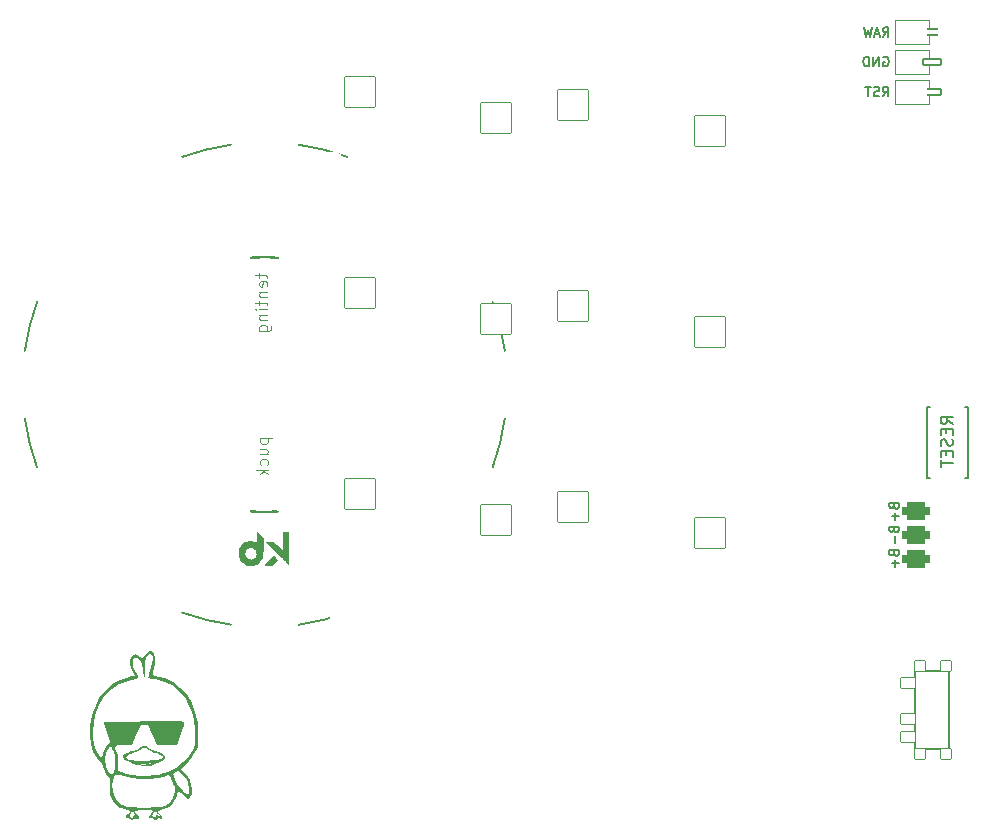
<source format=gbo>
%TF.GenerationSoftware,KiCad,Pcbnew,(6.0.4)*%
%TF.CreationDate,2022-07-31T17:14:54+02:00*%
%TF.ProjectId,konafa,6b6f6e61-6661-42e6-9b69-6361645f7063,v1.0.0*%
%TF.SameCoordinates,Original*%
%TF.FileFunction,Legend,Bot*%
%TF.FilePolarity,Positive*%
%FSLAX46Y46*%
G04 Gerber Fmt 4.6, Leading zero omitted, Abs format (unit mm)*
G04 Created by KiCad (PCBNEW (6.0.4)) date 2022-07-31 17:14:54*
%MOMM*%
%LPD*%
G01*
G04 APERTURE LIST*
G04 Aperture macros list*
%AMRoundRect*
0 Rectangle with rounded corners*
0 $1 Rounding radius*
0 $2 $3 $4 $5 $6 $7 $8 $9 X,Y pos of 4 corners*
0 Add a 4 corners polygon primitive as box body*
4,1,4,$2,$3,$4,$5,$6,$7,$8,$9,$2,$3,0*
0 Add four circle primitives for the rounded corners*
1,1,$1+$1,$2,$3*
1,1,$1+$1,$4,$5*
1,1,$1+$1,$6,$7*
1,1,$1+$1,$8,$9*
0 Add four rect primitives between the rounded corners*
20,1,$1+$1,$2,$3,$4,$5,0*
20,1,$1+$1,$4,$5,$6,$7,0*
20,1,$1+$1,$6,$7,$8,$9,0*
20,1,$1+$1,$8,$9,$2,$3,0*%
%AMFreePoly0*
4,1,16,0.685355,0.785355,0.700000,0.750000,0.691603,0.722265,0.210093,0.000000,0.691603,-0.722265,0.699029,-0.759806,0.677735,-0.791603,0.650000,-0.800000,-0.500000,-0.800000,-0.535355,-0.785355,-0.550000,-0.750000,-0.550000,0.750000,-0.535355,0.785355,-0.500000,0.800000,0.650000,0.800000,0.685355,0.785355,0.685355,0.785355,$1*%
%AMFreePoly1*
4,1,16,0.535355,0.785355,0.550000,0.750000,0.550000,-0.750000,0.535355,-0.785355,0.500000,-0.800000,-0.500000,-0.800000,-0.535355,-0.785355,-0.541603,-0.777735,-1.041603,-0.027735,-1.049029,0.009806,-1.041603,0.027735,-0.541603,0.777735,-0.509806,0.799029,-0.500000,0.800000,0.500000,0.800000,0.535355,0.785355,0.535355,0.785355,$1*%
G04 Aperture macros list end*
%ADD10C,0.150000*%
%ADD11C,0.100000*%
%ADD12C,0.120000*%
%ADD13C,0.200000*%
%ADD14C,0.010000*%
%ADD15RoundRect,0.375000X-0.750000X0.375000X-0.750000X-0.375000X0.750000X-0.375000X0.750000X0.375000X0*%
%ADD16C,1.752600*%
%ADD17C,5.100000*%
%ADD18C,2.100000*%
%ADD19C,3.100000*%
%ADD20C,1.801800*%
%ADD21C,3.529000*%
%ADD22C,2.132000*%
%ADD23RoundRect,0.050000X-1.054507X-1.505993X1.505993X-1.054507X1.054507X1.505993X-1.505993X1.054507X0*%
%ADD24RoundRect,0.050000X-1.181751X-1.408356X1.408356X-1.181751X1.181751X1.408356X-1.408356X1.181751X0*%
%ADD25RoundRect,0.050000X-1.300000X-1.300000X1.300000X-1.300000X1.300000X1.300000X-1.300000X1.300000X0*%
%ADD26RoundRect,0.050000X-0.450000X0.450000X-0.450000X-0.450000X0.450000X-0.450000X0.450000X0.450000X0*%
%ADD27C,1.100000*%
%ADD28RoundRect,0.050000X-0.625000X0.450000X-0.625000X-0.450000X0.625000X-0.450000X0.625000X0.450000X0*%
%ADD29RoundRect,0.050000X-1.692328X-0.718350X0.718350X-1.692328X1.692328X0.718350X-0.718350X1.692328X0*%
%ADD30RoundRect,0.425000X-0.750000X0.375000X-0.750000X-0.375000X0.750000X-0.375000X0.750000X0.375000X0*%
%ADD31RoundRect,0.050000X-0.863113X-1.623279X1.623279X-0.863113X0.863113X1.623279X-1.623279X0.863113X0*%
%ADD32RoundRect,0.050000X-1.448740X-1.131880X1.131880X-1.448740X1.448740X1.131880X-1.131880X1.448740X0*%
%ADD33C,1.852600*%
%ADD34FreePoly0,180.000000*%
%ADD35RoundRect,0.050000X-0.762000X0.250000X-0.762000X-0.250000X0.762000X-0.250000X0.762000X0.250000X0*%
%ADD36FreePoly1,180.000000*%
%ADD37C,4.500000*%
G04 APERTURE END LIST*
D10*
%TO.C,B1*%
X162359171Y83572634D02*
X161882981Y83905968D01*
X162359171Y84144063D02*
X161359171Y84144063D01*
X161359171Y83763111D01*
X161406791Y83667873D01*
X161454410Y83620254D01*
X161549648Y83572634D01*
X161692505Y83572634D01*
X161787743Y83620254D01*
X161835362Y83667873D01*
X161882981Y83763111D01*
X161882981Y84144063D01*
X161835362Y83144063D02*
X161835362Y82810730D01*
X162359171Y82667873D02*
X162359171Y83144063D01*
X161359171Y83144063D01*
X161359171Y82667873D01*
X162311552Y82286920D02*
X162359171Y82144063D01*
X162359171Y81905968D01*
X162311552Y81810730D01*
X162263933Y81763111D01*
X162168695Y81715492D01*
X162073457Y81715492D01*
X161978219Y81763111D01*
X161930600Y81810730D01*
X161882981Y81905968D01*
X161835362Y82096444D01*
X161787743Y82191682D01*
X161740124Y82239301D01*
X161644886Y82286920D01*
X161549648Y82286920D01*
X161454410Y82239301D01*
X161406791Y82191682D01*
X161359171Y82096444D01*
X161359171Y81858349D01*
X161406791Y81715492D01*
X161835362Y81286920D02*
X161835362Y80953587D01*
X162359171Y80810730D02*
X162359171Y81286920D01*
X161359171Y81286920D01*
X161359171Y80810730D01*
X161359171Y80525015D02*
X161359171Y79953587D01*
X162359171Y80239301D02*
X161359171Y80239301D01*
%TO.C,PAD1*%
X157382648Y72600349D02*
X157420743Y72486063D01*
X157458838Y72447968D01*
X157535029Y72409873D01*
X157649314Y72409873D01*
X157725505Y72447968D01*
X157763600Y72486063D01*
X157801695Y72562254D01*
X157801695Y72867015D01*
X157001695Y72867015D01*
X157001695Y72600349D01*
X157039791Y72524158D01*
X157077886Y72486063D01*
X157154076Y72447968D01*
X157230267Y72447968D01*
X157306457Y72486063D01*
X157344552Y72524158D01*
X157382648Y72600349D01*
X157382648Y72867015D01*
X157496933Y72067015D02*
X157496933Y71457492D01*
X157801695Y71762254D02*
X157192171Y71762254D01*
X157382648Y76600349D02*
X157420743Y76486063D01*
X157458838Y76447968D01*
X157535029Y76409873D01*
X157649314Y76409873D01*
X157725505Y76447968D01*
X157763600Y76486063D01*
X157801695Y76562254D01*
X157801695Y76867015D01*
X157001695Y76867015D01*
X157001695Y76600349D01*
X157039791Y76524158D01*
X157077886Y76486063D01*
X157154076Y76447968D01*
X157230267Y76447968D01*
X157306457Y76486063D01*
X157344552Y76524158D01*
X157382648Y76600349D01*
X157382648Y76867015D01*
X157496933Y76067015D02*
X157496933Y75457492D01*
X157801695Y75762254D02*
X157192171Y75762254D01*
X157382648Y74600349D02*
X157420743Y74486063D01*
X157458838Y74447968D01*
X157535029Y74409873D01*
X157649314Y74409873D01*
X157725505Y74447968D01*
X157763600Y74486063D01*
X157801695Y74562254D01*
X157801695Y74867015D01*
X157001695Y74867015D01*
X157001695Y74600349D01*
X157039791Y74524158D01*
X157077886Y74486063D01*
X157154076Y74447968D01*
X157230267Y74447968D01*
X157306457Y74486063D01*
X157344552Y74524158D01*
X157382648Y74600349D01*
X157382648Y74867015D01*
X157496933Y74067015D02*
X157496933Y73457492D01*
%TO.C,MCU1*%
X156461797Y116342976D02*
X156728464Y116723928D01*
X156918940Y116342976D02*
X156918940Y117142976D01*
X156614178Y117142976D01*
X156537988Y117104881D01*
X156499893Y117066785D01*
X156461797Y116990595D01*
X156461797Y116876309D01*
X156499893Y116800119D01*
X156537988Y116762023D01*
X156614178Y116723928D01*
X156918940Y116723928D01*
X156157036Y116571547D02*
X155776083Y116571547D01*
X156233226Y116342976D02*
X155966559Y117142976D01*
X155699893Y116342976D01*
X155509417Y117142976D02*
X155318940Y116342976D01*
X155166559Y116914404D01*
X155014178Y116342976D01*
X154823702Y117142976D01*
X156424534Y111305408D02*
X156691200Y111686360D01*
X156881677Y111305408D02*
X156881677Y112105408D01*
X156576915Y112105408D01*
X156500724Y112067313D01*
X156462629Y112029217D01*
X156424534Y111953027D01*
X156424534Y111838741D01*
X156462629Y111762551D01*
X156500724Y111724455D01*
X156576915Y111686360D01*
X156881677Y111686360D01*
X156119772Y111343503D02*
X156005486Y111305408D01*
X155815010Y111305408D01*
X155738819Y111343503D01*
X155700724Y111381598D01*
X155662629Y111457789D01*
X155662629Y111533979D01*
X155700724Y111610170D01*
X155738819Y111648265D01*
X155815010Y111686360D01*
X155967391Y111724455D01*
X156043581Y111762551D01*
X156081677Y111800646D01*
X156119772Y111876836D01*
X156119772Y111953027D01*
X156081677Y112029217D01*
X156043581Y112067313D01*
X155967391Y112105408D01*
X155776915Y112105408D01*
X155662629Y112067313D01*
X155434058Y112105408D02*
X154976915Y112105408D01*
X155205486Y111305408D02*
X155205486Y112105408D01*
X156481677Y114607313D02*
X156557868Y114645408D01*
X156672154Y114645408D01*
X156786439Y114607313D01*
X156862630Y114531122D01*
X156900725Y114454932D01*
X156938820Y114302551D01*
X156938820Y114188265D01*
X156900725Y114035884D01*
X156862630Y113959693D01*
X156786439Y113883503D01*
X156672154Y113845408D01*
X156595963Y113845408D01*
X156481677Y113883503D01*
X156443582Y113921598D01*
X156443582Y114188265D01*
X156595963Y114188265D01*
X156100725Y113845408D02*
X156100725Y114645408D01*
X155643582Y113845408D01*
X155643582Y114645408D01*
X155262630Y113845408D02*
X155262630Y114645408D01*
X155072154Y114645408D01*
X154957868Y114607313D01*
X154881677Y114531122D01*
X154843582Y114454932D01*
X154805487Y114302551D01*
X154805487Y114188265D01*
X154843582Y114035884D01*
X154881677Y113959693D01*
X154957868Y113883503D01*
X155072154Y113845408D01*
X155262630Y113845408D01*
D11*
%TO.C,REF\u002A\u002A*%
X103653505Y96315754D02*
X103653505Y95934801D01*
X103320171Y96172896D02*
X104177314Y96172896D01*
X104272552Y96125277D01*
X104320171Y96030039D01*
X104320171Y95934801D01*
X104272552Y95220515D02*
X104320171Y95315754D01*
X104320171Y95506230D01*
X104272552Y95601468D01*
X104177314Y95649087D01*
X103796362Y95649087D01*
X103701124Y95601468D01*
X103653505Y95506230D01*
X103653505Y95315754D01*
X103701124Y95220515D01*
X103796362Y95172896D01*
X103891600Y95172896D01*
X103986838Y95649087D01*
X103653505Y94744325D02*
X104320171Y94744325D01*
X103748743Y94744325D02*
X103701124Y94696706D01*
X103653505Y94601468D01*
X103653505Y94458611D01*
X103701124Y94363373D01*
X103796362Y94315754D01*
X104320171Y94315754D01*
X103653505Y93982420D02*
X103653505Y93601468D01*
X103320171Y93839563D02*
X104177314Y93839563D01*
X104272552Y93791944D01*
X104320171Y93696706D01*
X104320171Y93601468D01*
X104320171Y93268134D02*
X103653505Y93268134D01*
X103320171Y93268134D02*
X103367791Y93315754D01*
X103415410Y93268134D01*
X103367791Y93220515D01*
X103320171Y93268134D01*
X103415410Y93268134D01*
X103653505Y92791944D02*
X104320171Y92791944D01*
X103748743Y92791944D02*
X103701124Y92744325D01*
X103653505Y92649087D01*
X103653505Y92506230D01*
X103701124Y92410992D01*
X103796362Y92363373D01*
X104320171Y92363373D01*
X103653505Y91458611D02*
X104463029Y91458611D01*
X104558267Y91506230D01*
X104605886Y91553849D01*
X104653505Y91649087D01*
X104653505Y91791944D01*
X104605886Y91887182D01*
X104272552Y91458611D02*
X104320171Y91553849D01*
X104320171Y91744325D01*
X104272552Y91839563D01*
X104224933Y91887182D01*
X104129695Y91934801D01*
X103843981Y91934801D01*
X103748743Y91887182D01*
X103701124Y91839563D01*
X103653505Y91744325D01*
X103653505Y91553849D01*
X103701124Y91458611D01*
X103717005Y82361754D02*
X104717005Y82361754D01*
X103764624Y82361754D02*
X103717005Y82266515D01*
X103717005Y82076039D01*
X103764624Y81980801D01*
X103812243Y81933182D01*
X103907481Y81885563D01*
X104193195Y81885563D01*
X104288433Y81933182D01*
X104336052Y81980801D01*
X104383671Y82076039D01*
X104383671Y82266515D01*
X104336052Y82361754D01*
X103717005Y81028420D02*
X104383671Y81028420D01*
X103717005Y81456992D02*
X104240814Y81456992D01*
X104336052Y81409373D01*
X104383671Y81314134D01*
X104383671Y81171277D01*
X104336052Y81076039D01*
X104288433Y81028420D01*
X104336052Y80123658D02*
X104383671Y80218896D01*
X104383671Y80409373D01*
X104336052Y80504611D01*
X104288433Y80552230D01*
X104193195Y80599849D01*
X103907481Y80599849D01*
X103812243Y80552230D01*
X103764624Y80504611D01*
X103717005Y80409373D01*
X103717005Y80218896D01*
X103764624Y80123658D01*
X104383671Y79695087D02*
X103383671Y79695087D01*
X104002719Y79599849D02*
X104383671Y79314134D01*
X103717005Y79314134D02*
X104097957Y79695087D01*
D10*
%TO.C,B1*%
X163656791Y78993254D02*
X163406791Y78993254D01*
X163656791Y84993254D02*
X163656791Y78993254D01*
X160156791Y84993254D02*
X160406791Y84993254D01*
X160406791Y78993254D02*
X160156791Y78993254D01*
X160156791Y78993254D02*
X160156791Y84993254D01*
X163406791Y84993254D02*
X163656791Y84993254D01*
%TO.C,T2*%
X162029791Y57402254D02*
X162029791Y61302254D01*
X159179791Y56052254D02*
X162029791Y56052254D01*
X162029791Y62652254D02*
X159179791Y62652254D01*
X159179791Y62652254D02*
X159179791Y56052254D01*
X162029791Y59352254D02*
X162029791Y62652254D01*
X162029791Y59352254D02*
X162029791Y56052254D01*
D12*
%TO.C,MCU1*%
X160318690Y114519254D02*
X160318690Y115199254D01*
X160318690Y110659254D02*
X160318690Y111319254D01*
X160318690Y117739254D02*
X157518690Y117739254D01*
X157518690Y117739254D02*
X157518690Y115739254D01*
X160318690Y111994254D02*
X160318690Y112659254D01*
X157518690Y110659254D02*
X160318690Y110659254D01*
X160318690Y115739254D02*
X160318690Y116419254D01*
X157518690Y112659254D02*
X157518690Y110659254D01*
X160318690Y115199254D02*
X157518690Y115199254D01*
X160318690Y112659254D02*
X157518690Y112659254D01*
X160318690Y117069254D02*
X160318690Y117739254D01*
X160318690Y113199254D02*
X160318690Y113869254D01*
X157518690Y115199254D02*
X157518690Y113199254D01*
X157518690Y113199254D02*
X160318690Y113199254D01*
X157518690Y115739254D02*
X160318690Y115739254D01*
D13*
%TO.C,REF\u002A\u002A*%
X104121791Y76099253D02*
G75*
G03*
X105250176Y76158390I0J10794901D01*
G01*
X104040255Y97716195D02*
G75*
G03*
X102911870Y97657059I-6J-10794921D01*
G01*
X84835656Y93902298D02*
G75*
G03*
X83801791Y89751754I19286255J-7008074D01*
G01*
X105250176Y97630117D02*
G75*
G03*
X104121791Y97689254I-1128385J-10735763D01*
G01*
X102993406Y76158390D02*
G75*
G03*
X104121791Y76099254I1128379J10735785D01*
G01*
X111129840Y106180387D02*
G75*
G03*
X106979291Y107214254I-7008049J-19286133D01*
G01*
X123407925Y79886206D02*
G75*
G03*
X124441791Y84036754I-19286134J7008048D01*
G01*
X105168640Y97657059D02*
G75*
G03*
X104040255Y97716195I-1128379J-10735785D01*
G01*
X97113746Y67608119D02*
G75*
G03*
X101264291Y66574254I7008045J19286135D01*
G01*
X106979291Y66574254D02*
G75*
G03*
X111129836Y67608119I-2857506J20320019D01*
G01*
X83801790Y84036754D02*
G75*
G03*
X84835656Y79886208I20320001J2857500D01*
G01*
X101264291Y107214255D02*
G75*
G03*
X97113745Y106180389I2857500J-20320001D01*
G01*
X104040255Y76126195D02*
G75*
G03*
X105168640Y76185331I6J10794921D01*
G01*
X102911870Y76185331D02*
G75*
G03*
X104040255Y76126195I1128379J10735785D01*
G01*
X124441791Y89751754D02*
G75*
G03*
X123407925Y93902302I-20320000J-2857500D01*
G01*
X104121791Y97689254D02*
G75*
G03*
X102993406Y97630118I-6J-10794921D01*
G01*
G36*
X106121207Y71694839D02*
G01*
X106030363Y71787115D01*
X106016582Y71801111D01*
X105984721Y71833464D01*
X105938774Y71880118D01*
X105879958Y71939836D01*
X105809491Y72011381D01*
X105728592Y72093518D01*
X105638477Y72185011D01*
X105540365Y72284622D01*
X105435473Y72391115D01*
X105325019Y72503255D01*
X105210220Y72619804D01*
X105092295Y72739527D01*
X104245071Y73599664D01*
X104533439Y73602757D01*
X104821807Y73605851D01*
X105624753Y72803151D01*
X105624753Y74436709D01*
X106121207Y74436709D01*
X106121207Y71694839D01*
G37*
D14*
X106121207Y71694839D02*
X106030363Y71787115D01*
X106016582Y71801111D01*
X105984721Y71833464D01*
X105938774Y71880118D01*
X105879958Y71939836D01*
X105809491Y72011381D01*
X105728592Y72093518D01*
X105638477Y72185011D01*
X105540365Y72284622D01*
X105435473Y72391115D01*
X105325019Y72503255D01*
X105210220Y72619804D01*
X105092295Y72739527D01*
X104245071Y73599664D01*
X104533439Y73602757D01*
X104821807Y73605851D01*
X105624753Y72803151D01*
X105624753Y74436709D01*
X106121207Y74436709D01*
X106121207Y71694839D01*
G36*
X103917972Y72490831D02*
G01*
X103915359Y72462436D01*
X103906490Y72415986D01*
X103868937Y72288826D01*
X103813771Y72162963D01*
X103744079Y72044781D01*
X103662948Y71940661D01*
X103654554Y71931495D01*
X103546242Y71831169D01*
X103423822Y71747172D01*
X103290649Y71681193D01*
X103150081Y71634918D01*
X103005473Y71610037D01*
X102905227Y71605554D01*
X102756806Y71616953D01*
X102613387Y71649206D01*
X102477151Y71701229D01*
X102350276Y71771943D01*
X102234943Y71860265D01*
X102133330Y71965114D01*
X102047618Y72085407D01*
X101990363Y72192326D01*
X101937218Y72331562D01*
X101905862Y72476126D01*
X101899358Y72572490D01*
X102394597Y72572490D01*
X102394879Y72567200D01*
X102399197Y72511897D01*
X102406554Y72469605D01*
X102419199Y72430997D01*
X102439380Y72386751D01*
X102460868Y72348424D01*
X102502353Y72289630D01*
X102550410Y72234174D01*
X102599733Y72187980D01*
X102645019Y72156976D01*
X102661186Y72149200D01*
X102702091Y72131840D01*
X102745088Y72115754D01*
X102817915Y72096466D01*
X102921616Y72087945D01*
X103023157Y72100739D01*
X103119943Y72133871D01*
X103209375Y72186364D01*
X103288856Y72257241D01*
X103355790Y72345524D01*
X103384444Y72399669D01*
X103414876Y72493688D01*
X103425448Y72591237D01*
X103417142Y72689185D01*
X103390940Y72784398D01*
X103347827Y72873745D01*
X103288784Y72954091D01*
X103214794Y73022305D01*
X103126842Y73075254D01*
X103112839Y73081540D01*
X103014493Y73112165D01*
X102913141Y73122347D01*
X102812237Y73113027D01*
X102715238Y73085149D01*
X102625602Y73039653D01*
X102546785Y72977483D01*
X102482243Y72899579D01*
X102464473Y72871050D01*
X102420821Y72777627D01*
X102397965Y72679735D01*
X102394597Y72572490D01*
X101899358Y72572490D01*
X101895571Y72628604D01*
X101899132Y72718274D01*
X101921813Y72868553D01*
X101964565Y73010522D01*
X102026375Y73142507D01*
X102106233Y73262832D01*
X102203127Y73369821D01*
X102316047Y73461801D01*
X102443980Y73537094D01*
X102513831Y73569733D01*
X102588969Y73598950D01*
X102660621Y73618442D01*
X102737104Y73630379D01*
X102826739Y73636931D01*
X102844551Y73637599D01*
X102983752Y73631161D01*
X103114135Y73603485D01*
X103236351Y73554381D01*
X103351048Y73483659D01*
X103375182Y73466457D01*
X103400028Y73450114D01*
X103412459Y73443800D01*
X103413367Y73447830D01*
X103414816Y73471637D01*
X103416143Y73514760D01*
X103417312Y73574835D01*
X103418288Y73649497D01*
X103419038Y73736383D01*
X103419527Y73833128D01*
X103419719Y73937368D01*
X103419867Y74430936D01*
X103927571Y73920910D01*
X103927484Y73229196D01*
X103927481Y73217460D01*
X103927220Y73066986D01*
X103926556Y72929714D01*
X103925512Y72807058D01*
X103924109Y72700429D01*
X103922370Y72611240D01*
X103921786Y72591237D01*
X103920317Y72540903D01*
X103917972Y72490831D01*
G37*
X103917972Y72490831D02*
X103915359Y72462436D01*
X103906490Y72415986D01*
X103868937Y72288826D01*
X103813771Y72162963D01*
X103744079Y72044781D01*
X103662948Y71940661D01*
X103654554Y71931495D01*
X103546242Y71831169D01*
X103423822Y71747172D01*
X103290649Y71681193D01*
X103150081Y71634918D01*
X103005473Y71610037D01*
X102905227Y71605554D01*
X102756806Y71616953D01*
X102613387Y71649206D01*
X102477151Y71701229D01*
X102350276Y71771943D01*
X102234943Y71860265D01*
X102133330Y71965114D01*
X102047618Y72085407D01*
X101990363Y72192326D01*
X101937218Y72331562D01*
X101905862Y72476126D01*
X101899358Y72572490D01*
X102394597Y72572490D01*
X102394879Y72567200D01*
X102399197Y72511897D01*
X102406554Y72469605D01*
X102419199Y72430997D01*
X102439380Y72386751D01*
X102460868Y72348424D01*
X102502353Y72289630D01*
X102550410Y72234174D01*
X102599733Y72187980D01*
X102645019Y72156976D01*
X102661186Y72149200D01*
X102702091Y72131840D01*
X102745088Y72115754D01*
X102817915Y72096466D01*
X102921616Y72087945D01*
X103023157Y72100739D01*
X103119943Y72133871D01*
X103209375Y72186364D01*
X103288856Y72257241D01*
X103355790Y72345524D01*
X103384444Y72399669D01*
X103414876Y72493688D01*
X103425448Y72591237D01*
X103417142Y72689185D01*
X103390940Y72784398D01*
X103347827Y72873745D01*
X103288784Y72954091D01*
X103214794Y73022305D01*
X103126842Y73075254D01*
X103112839Y73081540D01*
X103014493Y73112165D01*
X102913141Y73122347D01*
X102812237Y73113027D01*
X102715238Y73085149D01*
X102625602Y73039653D01*
X102546785Y72977483D01*
X102482243Y72899579D01*
X102464473Y72871050D01*
X102420821Y72777627D01*
X102397965Y72679735D01*
X102394597Y72572490D01*
X101899358Y72572490D01*
X101895571Y72628604D01*
X101899132Y72718274D01*
X101921813Y72868553D01*
X101964565Y73010522D01*
X102026375Y73142507D01*
X102106233Y73262832D01*
X102203127Y73369821D01*
X102316047Y73461801D01*
X102443980Y73537094D01*
X102513831Y73569733D01*
X102588969Y73598950D01*
X102660621Y73618442D01*
X102737104Y73630379D01*
X102826739Y73636931D01*
X102844551Y73637599D01*
X102983752Y73631161D01*
X103114135Y73603485D01*
X103236351Y73554381D01*
X103351048Y73483659D01*
X103375182Y73466457D01*
X103400028Y73450114D01*
X103412459Y73443800D01*
X103413367Y73447830D01*
X103414816Y73471637D01*
X103416143Y73514760D01*
X103417312Y73574835D01*
X103418288Y73649497D01*
X103419038Y73736383D01*
X103419527Y73833128D01*
X103419719Y73937368D01*
X103419867Y74430936D01*
X103927571Y73920910D01*
X103927484Y73229196D01*
X103927481Y73217460D01*
X103927220Y73066986D01*
X103926556Y72929714D01*
X103925512Y72807058D01*
X103924109Y72700429D01*
X103922370Y72611240D01*
X103921786Y72591237D01*
X103920317Y72540903D01*
X103917972Y72490831D01*
G36*
X104827439Y72404526D02*
G01*
X104839668Y72394478D01*
X104865150Y72370858D01*
X104901297Y72336145D01*
X104945521Y72292820D01*
X104995234Y72243365D01*
X105156269Y72082021D01*
X105122387Y72044206D01*
X105119210Y72040714D01*
X105097342Y72017505D01*
X105062996Y71981759D01*
X105019180Y71936579D01*
X104968897Y71885066D01*
X104915155Y71830323D01*
X104741805Y71654254D01*
X104121791Y71654254D01*
X104150092Y71687889D01*
X104152385Y71690580D01*
X104173053Y71713809D01*
X104205811Y71749649D01*
X104248671Y71795994D01*
X104299643Y71850737D01*
X104356739Y71911772D01*
X104417969Y71976991D01*
X104481344Y72044289D01*
X104544877Y72111559D01*
X104606576Y72176694D01*
X104664455Y72237588D01*
X104716522Y72292134D01*
X104760791Y72338226D01*
X104795270Y72373757D01*
X104817973Y72396620D01*
X104826908Y72404709D01*
X104827439Y72404526D01*
G37*
X104827439Y72404526D02*
X104839668Y72394478D01*
X104865150Y72370858D01*
X104901297Y72336145D01*
X104945521Y72292820D01*
X104995234Y72243365D01*
X105156269Y72082021D01*
X105122387Y72044206D01*
X105119210Y72040714D01*
X105097342Y72017505D01*
X105062996Y71981759D01*
X105019180Y71936579D01*
X104968897Y71885066D01*
X104915155Y71830323D01*
X104741805Y71654254D01*
X104121791Y71654254D01*
X104150092Y71687889D01*
X104152385Y71690580D01*
X104173053Y71713809D01*
X104205811Y71749649D01*
X104248671Y71795994D01*
X104299643Y71850737D01*
X104356739Y71911772D01*
X104417969Y71976991D01*
X104481344Y72044289D01*
X104544877Y72111559D01*
X104606576Y72176694D01*
X104664455Y72237588D01*
X104716522Y72292134D01*
X104760791Y72338226D01*
X104795270Y72373757D01*
X104817973Y72396620D01*
X104826908Y72404709D01*
X104827439Y72404526D01*
%TO.C,G\u002A\u002A\u002A*%
G36*
X94630151Y54707570D02*
G01*
X94396858Y54643258D01*
X94146747Y54624050D01*
X93810667Y54635225D01*
X93526219Y54656367D01*
X93256312Y54699910D01*
X93120476Y54741218D01*
X93661943Y54741218D01*
X93712212Y54724332D01*
X93895333Y54717727D01*
X94019582Y54720197D01*
X94125956Y54733481D01*
X94085833Y54754419D01*
X93951551Y54768426D01*
X93704833Y54754419D01*
X93661943Y54741218D01*
X93120476Y54741218D01*
X92994058Y54779662D01*
X92876275Y54830486D01*
X94341597Y54830486D01*
X94342908Y54801584D01*
X94452722Y54786018D01*
X94535945Y54799576D01*
X94503875Y54837170D01*
X94454914Y54850698D01*
X94341597Y54830486D01*
X92876275Y54830486D01*
X92687996Y54911729D01*
X92286667Y55112217D01*
X92208282Y55183879D01*
X92132425Y55360900D01*
X92132991Y55368759D01*
X92339283Y55368759D01*
X92397983Y55253540D01*
X92625333Y55143946D01*
X92847118Y55090411D01*
X93223604Y55048327D01*
X93664575Y55034937D01*
X94131166Y55047895D01*
X94584513Y55084850D01*
X94985752Y55143456D01*
X95296017Y55221363D01*
X95476445Y55316223D01*
X95492870Y55337106D01*
X95467648Y55440963D01*
X95285368Y55554542D01*
X94955354Y55671486D01*
X94780003Y55729272D01*
X94492971Y55850367D01*
X94290142Y55968931D01*
X94063133Y56096450D01*
X93778078Y56113650D01*
X93516467Y55966671D01*
X93392165Y55880634D01*
X93135190Y55755590D01*
X92833677Y55645696D01*
X92725675Y55610865D01*
X92448694Y55488302D01*
X92339283Y55368759D01*
X92132991Y55368759D01*
X92140521Y55473243D01*
X92240681Y55587134D01*
X92471092Y55710227D01*
X92577253Y55755334D01*
X92833403Y55842614D01*
X93021004Y55878141D01*
X93048079Y55880318D01*
X93244595Y55951562D01*
X93456560Y56091667D01*
X93505819Y56131487D01*
X93779808Y56277658D01*
X94047205Y56267960D01*
X94345483Y56102867D01*
X94364727Y56089006D01*
X94645319Y55941058D01*
X94941455Y55852737D01*
X95061155Y55830092D01*
X95379092Y55717187D01*
X95594233Y55556210D01*
X95673333Y55369127D01*
X95669109Y55337106D01*
X95668339Y55331266D01*
X95588156Y55214183D01*
X95392697Y55076498D01*
X95059500Y54901081D01*
X94915777Y54831706D01*
X94841849Y54799576D01*
X94689770Y54733481D01*
X94630151Y54707570D01*
G37*
G36*
X97799442Y51985333D02*
G01*
X97620028Y51773667D01*
X97429847Y51994905D01*
X97238073Y52186204D01*
X97023991Y52353234D01*
X96808316Y52490324D01*
X96707046Y52111686D01*
X96629659Y51887333D01*
X96366231Y51462822D01*
X95994214Y51144981D01*
X95540861Y50960708D01*
X95290623Y50892245D01*
X95117737Y50798440D01*
X95105769Y50691711D01*
X95250000Y50565649D01*
X95352742Y50466672D01*
X95378027Y50400075D01*
X95419333Y50291283D01*
X95407101Y50168285D01*
X95337061Y50132079D01*
X95168231Y50205783D01*
X95044914Y50243962D01*
X94964787Y50163450D01*
X94913787Y50081950D01*
X94793044Y50046823D01*
X94691542Y50155644D01*
X94639140Y50215602D01*
X94482532Y50230436D01*
X94399061Y50222079D01*
X94322767Y50286006D01*
X94347863Y50399653D01*
X94516775Y50399653D01*
X94588529Y50406426D01*
X94675489Y50412391D01*
X94770055Y50308474D01*
X94782357Y50267625D01*
X94819397Y50234979D01*
X94870367Y50357285D01*
X94882796Y50393841D01*
X94950581Y50494172D01*
X95050721Y50451053D01*
X95122415Y50405425D01*
X95216964Y50400075D01*
X95205574Y50453346D01*
X95087918Y50542119D01*
X94978257Y50630734D01*
X94904649Y50781812D01*
X94890157Y50872713D01*
X94852119Y50800000D01*
X94777115Y50677619D01*
X94625970Y50516952D01*
X94578370Y50474588D01*
X94516775Y50399653D01*
X94347863Y50399653D01*
X94352613Y50421165D01*
X94488000Y50588333D01*
X94600721Y50708613D01*
X94657333Y50813122D01*
X94638058Y50829097D01*
X94491057Y50857605D01*
X94230892Y50877310D01*
X93895333Y50884667D01*
X93500743Y50875436D01*
X93243987Y50841712D01*
X93133063Y50776462D01*
X93156460Y50672668D01*
X93302667Y50523312D01*
X93412249Y50398914D01*
X93435969Y50339995D01*
X93472000Y50250496D01*
X93416192Y50147763D01*
X93289393Y50129312D01*
X93172536Y50212400D01*
X93114992Y50241809D01*
X93003905Y50148900D01*
X92993052Y50134460D01*
X92887871Y50046615D01*
X92783433Y50101500D01*
X92715286Y50151084D01*
X92523733Y50207333D01*
X92469490Y50213637D01*
X92380726Y50295190D01*
X92401931Y50411615D01*
X92582325Y50411615D01*
X92641196Y50409547D01*
X92727380Y50413538D01*
X92813434Y50308474D01*
X92825393Y50257281D01*
X92862678Y50220838D01*
X92937544Y50330334D01*
X92972231Y50386915D01*
X93058980Y50448307D01*
X93188640Y50375229D01*
X93250894Y50330200D01*
X93265299Y50339995D01*
X93165277Y50463896D01*
X93025462Y50647764D01*
X92939127Y50800000D01*
X92938865Y50800718D01*
X92900071Y50877530D01*
X92886018Y50789160D01*
X92832576Y50660603D01*
X92688833Y50509234D01*
X92669500Y50494616D01*
X92582325Y50411615D01*
X92401931Y50411615D01*
X92405276Y50429982D01*
X92540667Y50565649D01*
X92631006Y50631564D01*
X92701167Y50756732D01*
X92606699Y50856951D01*
X92350167Y50927352D01*
X92337828Y50929377D01*
X91861255Y51091629D01*
X91460784Y51391861D01*
X91171089Y51804285D01*
X91087814Y51998086D01*
X91023345Y52239840D01*
X90993408Y52536258D01*
X90988903Y52944280D01*
X90988860Y52981843D01*
X91209666Y52981843D01*
X91243855Y52458080D01*
X91403259Y51986486D01*
X91675834Y51597674D01*
X92049535Y51322256D01*
X92087740Y51303624D01*
X92276097Y51225150D01*
X92480546Y51170693D01*
X92739395Y51134516D01*
X93090955Y51110884D01*
X93573535Y51094059D01*
X94144697Y51085675D01*
X94763194Y51103676D01*
X95251581Y51160229D01*
X95630819Y51261432D01*
X95921870Y51413383D01*
X96145694Y51622178D01*
X96323254Y51893915D01*
X96424529Y52130475D01*
X96506471Y52510221D01*
X96495436Y52859890D01*
X96388576Y53125717D01*
X96373639Y53146821D01*
X96266099Y53356554D01*
X96176048Y53613628D01*
X96118673Y53792155D01*
X96046930Y53880658D01*
X95944947Y53858602D01*
X95924596Y53849158D01*
X95746335Y53789770D01*
X95464680Y53713483D01*
X95130784Y53634382D01*
X95065628Y53620603D01*
X94366584Y53533659D01*
X93602673Y53530520D01*
X92846225Y53608041D01*
X92169571Y53763080D01*
X91877909Y53846803D01*
X91618710Y53880246D01*
X91452449Y53816468D01*
X91344247Y53638916D01*
X91259226Y53331036D01*
X91209666Y52981843D01*
X90988860Y52981843D01*
X90988570Y53237704D01*
X90973264Y53515229D01*
X90937135Y53672581D01*
X90876186Y53737889D01*
X90832845Y53765392D01*
X90703348Y53921409D01*
X90570098Y54152370D01*
X90466010Y54396190D01*
X90424000Y54590787D01*
X90417492Y54631718D01*
X90326503Y54805426D01*
X90162447Y54996326D01*
X90006162Y55166417D01*
X90623034Y55166417D01*
X90677891Y54610457D01*
X90712798Y54490235D01*
X90833625Y54214049D01*
X90973471Y54018144D01*
X91171612Y53832000D01*
X91324621Y54065520D01*
X91331980Y54077211D01*
X91424587Y54337259D01*
X91472045Y54698011D01*
X91473874Y55100552D01*
X91429593Y55485965D01*
X91338723Y55795333D01*
X91324513Y55826852D01*
X91220312Y56070303D01*
X91146909Y56261000D01*
X91133108Y56298654D01*
X91086548Y56353984D01*
X91015508Y56294714D01*
X90892074Y56103603D01*
X90715494Y55709602D01*
X90623034Y55166417D01*
X90006162Y55166417D01*
X89931662Y55247498D01*
X89586687Y55808695D01*
X89368912Y56467274D01*
X89280310Y57211605D01*
X89291634Y57429453D01*
X89577333Y57429453D01*
X89591598Y56996053D01*
X89672256Y56449611D01*
X89836742Y55973902D01*
X90099358Y55516515D01*
X90311877Y55203765D01*
X90454579Y55717039D01*
X90512624Y55897483D01*
X90660243Y56225386D01*
X90822024Y56455054D01*
X91046766Y56679797D01*
X90767747Y57469373D01*
X90690937Y57692082D01*
X90594480Y57991971D01*
X90535123Y58204433D01*
X90523469Y58293691D01*
X90533327Y58296156D01*
X90669931Y58305891D01*
X90952109Y58317554D01*
X91361589Y58330639D01*
X91880102Y58344643D01*
X92489378Y58359060D01*
X93171145Y58373386D01*
X93907135Y58387118D01*
X94795177Y58401149D01*
X95579608Y58409805D01*
X96208620Y58411980D01*
X96689312Y58407606D01*
X97028786Y58396614D01*
X97234143Y58378938D01*
X97312483Y58354508D01*
X97307050Y58248229D01*
X97249196Y58017387D01*
X97148276Y57697411D01*
X97014266Y57322808D01*
X96659625Y56382404D01*
X95807568Y56406369D01*
X94955512Y56430333D01*
X94261764Y58123667D01*
X93601220Y58123667D01*
X93254393Y57277000D01*
X92907567Y56430333D01*
X92164569Y56405736D01*
X92121125Y56404380D01*
X91791435Y56396045D01*
X91586381Y56374134D01*
X91487795Y56308177D01*
X91477510Y56167705D01*
X91537359Y55922247D01*
X91649173Y55541333D01*
X91717659Y55233477D01*
X91720290Y55100552D01*
X91729460Y54637344D01*
X91676032Y54199020D01*
X92256516Y54013069D01*
X92381603Y53976360D01*
X92909152Y53870313D01*
X93513967Y53806463D01*
X94136441Y53787253D01*
X94716969Y53815128D01*
X95195943Y53892532D01*
X95246688Y53909326D01*
X96351494Y53909326D01*
X96390368Y53730301D01*
X96518490Y53441811D01*
X96708946Y53115634D01*
X96933603Y52799169D01*
X97164329Y52539817D01*
X97196620Y52510221D01*
X97369582Y52351693D01*
X97543381Y52209176D01*
X97635814Y52154667D01*
X97659990Y52167971D01*
X97696983Y52296558D01*
X97704551Y52522068D01*
X97685264Y52795410D01*
X97641694Y53067490D01*
X97576409Y53289213D01*
X97523846Y53397075D01*
X97350897Y53671777D01*
X97145022Y53932562D01*
X96977735Y54111678D01*
X96854785Y54204283D01*
X96744974Y54207257D01*
X96596613Y54140169D01*
X96584045Y54133534D01*
X96419054Y54015990D01*
X96351494Y53909326D01*
X95246688Y53909326D01*
X95885072Y54120600D01*
X96577636Y54472478D01*
X97178727Y54912535D01*
X97663451Y55422255D01*
X98006911Y55983122D01*
X98086050Y56163499D01*
X98172071Y56405438D01*
X98220933Y56648424D01*
X98242355Y56948489D01*
X98246059Y57361667D01*
X98233847Y57779333D01*
X98144551Y58506649D01*
X97955106Y59186223D01*
X97649351Y59886437D01*
X97444161Y60251778D01*
X96969924Y60864119D01*
X96392712Y61346115D01*
X95704860Y61703495D01*
X94898703Y61941985D01*
X94848022Y61952616D01*
X94556096Y62016566D01*
X94344460Y62067479D01*
X94255967Y62095145D01*
X94253630Y62102716D01*
X94279213Y62214187D01*
X94350757Y62407500D01*
X94426846Y62619207D01*
X94524172Y62978858D01*
X94595789Y63347712D01*
X94631429Y63669494D01*
X94620827Y63887926D01*
X94559249Y64018007D01*
X94397400Y64092667D01*
X94368545Y64090770D01*
X94202876Y63985839D01*
X94080976Y63726886D01*
X94005724Y63322946D01*
X93980000Y62783053D01*
X93973060Y62468386D01*
X93951015Y62210475D01*
X93920090Y62080986D01*
X93886732Y62089934D01*
X93857386Y62247336D01*
X93838501Y62563209D01*
X93811962Y62865990D01*
X93708895Y63278090D01*
X93543192Y63593086D01*
X93329296Y63776561D01*
X93236143Y63809953D01*
X93059528Y63789447D01*
X92955656Y63620138D01*
X92921667Y63298676D01*
X92969683Y62962479D01*
X93147334Y62640621D01*
X93284157Y62452524D01*
X93395912Y62237979D01*
X93371634Y62097781D01*
X93200337Y62003552D01*
X92871037Y61926916D01*
X92514894Y61842944D01*
X91790956Y61553262D01*
X91153053Y61128956D01*
X90610423Y60582637D01*
X90172300Y59926916D01*
X89847920Y59174405D01*
X89646519Y58337713D01*
X89577333Y57429453D01*
X89291634Y57429453D01*
X89322854Y58030057D01*
X89498516Y58910998D01*
X89714637Y59564422D01*
X90100594Y60336015D01*
X90591518Y60989912D01*
X91178665Y61516989D01*
X91853291Y61908122D01*
X92606652Y62154187D01*
X92820479Y62201611D01*
X93026705Y62250687D01*
X93116352Y62276777D01*
X93113828Y62297299D01*
X93049179Y62420230D01*
X92925852Y62612889D01*
X92787409Y62875491D01*
X92704290Y63251560D01*
X92747669Y63602480D01*
X92917818Y63884849D01*
X93037321Y63996981D01*
X93184764Y64076560D01*
X93334198Y64037237D01*
X93544308Y63878407D01*
X93798941Y63664147D01*
X93910637Y63896498D01*
X94042017Y64082620D01*
X94249381Y64256116D01*
X94383944Y64323239D01*
X94511315Y64328022D01*
X94651548Y64224903D01*
X94749675Y64085694D01*
X94821521Y63771329D01*
X94805796Y63344949D01*
X94701780Y62826604D01*
X94654589Y62630014D01*
X94618996Y62419930D01*
X94623079Y62320699D01*
X94692549Y62291120D01*
X94889183Y62236755D01*
X95159750Y62176064D01*
X95646798Y62044555D01*
X96358391Y61718224D01*
X96980856Y61258241D01*
X97507025Y60675014D01*
X97929730Y59978953D01*
X98241804Y59180466D01*
X98436078Y58289961D01*
X98502260Y57361667D01*
X98505384Y57317846D01*
X98505914Y57062525D01*
X98499961Y56708150D01*
X98478003Y56449785D01*
X98431675Y56240285D01*
X98352614Y56032507D01*
X98232459Y55779309D01*
X97973312Y55341863D01*
X97496756Y54796888D01*
X97038261Y54377850D01*
X97294885Y54134092D01*
X97535219Y53850123D01*
X97752833Y53458525D01*
X97897385Y53036541D01*
X97959553Y52623879D01*
X97951282Y52522068D01*
X97930013Y52260241D01*
X97799442Y51985333D01*
G37*
%TD*%
D15*
%TO.C,PAD1*%
X159239791Y72162254D03*
X159239791Y74162254D03*
X159239791Y76162254D03*
%TD*%
D16*
%TO.C,MCU1*%
X161977213Y114199254D03*
X161977213Y111659254D03*
X146737213Y111659254D03*
X146737213Y116823000D03*
X161977213Y116739254D03*
X146737213Y114199254D03*
X146737213Y109119254D03*
X146737213Y106579254D03*
X146737213Y104039254D03*
X146737213Y101499254D03*
X146737213Y98959254D03*
X146737213Y96419254D03*
X146737213Y93879254D03*
X146737213Y91339254D03*
X146737213Y88799254D03*
X161977213Y109119254D03*
X161977213Y106579254D03*
X161977213Y104039254D03*
X161977213Y101499254D03*
X161977213Y98959254D03*
X161977213Y96419254D03*
X161977213Y93879254D03*
X161977213Y91339254D03*
X161977213Y88799254D03*
%TD*%
%LPC*%
D17*
%TO.C,*%
X159112791Y38507254D03*
%TD*%
%TO.C,*%
X49130791Y40793254D03*
%TD*%
%TO.C,*%
X135490791Y118009254D03*
%TD*%
%TO.C,*%
X50146791Y115215254D03*
%TD*%
D18*
%TO.C,B1*%
X161906791Y85243254D03*
X161906791Y78743254D03*
%TD*%
D19*
%TO.C,S11*%
X70353903Y110604673D03*
D20*
X65970667Y103790002D03*
X76803553Y105700132D03*
D19*
X65811891Y107569854D03*
D21*
X71387110Y104745067D03*
D19*
X75659968Y109306336D03*
D22*
X76971012Y101871038D03*
D23*
X67128657Y110035975D03*
D22*
X67122934Y100134557D03*
D23*
X78885214Y109875034D03*
D22*
X72411634Y98934701D03*
%TD*%
D21*
%TO.C,S15*%
X94221643Y97114167D03*
D19*
X88913836Y100414117D03*
X93703066Y103041525D03*
D20*
X88742572Y96634810D03*
X99700714Y97593524D03*
D19*
X98875783Y101285675D03*
D24*
X90440528Y102756090D03*
D22*
X99533808Y93764406D03*
X89571861Y92892848D03*
D24*
X102138320Y101571110D03*
D22*
X94735862Y91236618D03*
%TD*%
D20*
%TO.C,S21*%
X109924791Y88712254D03*
X120924791Y88712254D03*
D19*
X110424791Y92462253D03*
D21*
X115424791Y88712254D03*
D19*
X120424791Y92462253D03*
X115424791Y94662254D03*
D25*
X112149790Y94662254D03*
D22*
X110424791Y84912254D03*
X120424791Y84912254D03*
D25*
X123699791Y92462253D03*
D22*
X115424791Y82812254D03*
%TD*%
D26*
%TO.C,T2*%
X161779791Y55652254D03*
X161779791Y63052254D03*
X159579791Y55652254D03*
X159579791Y63052254D03*
D27*
X160679791Y60852254D03*
X160679791Y57852254D03*
D28*
X158604791Y61602254D03*
X158604791Y58602254D03*
X158604791Y57102254D03*
%TD*%
D19*
%TO.C,S29*%
X133505791Y93561491D03*
X128505791Y91361490D03*
D20*
X128005791Y87611491D03*
D19*
X138505791Y91361490D03*
D20*
X139005791Y87611491D03*
D21*
X133505791Y87611491D03*
D22*
X128505791Y83811491D03*
X138505791Y83811491D03*
D25*
X130230790Y93561491D03*
D22*
X133505791Y81711491D03*
D25*
X141780791Y91361490D03*
%TD*%
D20*
%TO.C,S33*%
X144859803Y47613181D03*
D19*
X146728169Y50902816D03*
D20*
X155058825Y43492509D03*
D21*
X149959314Y45552845D03*
D19*
X152188223Y51069589D03*
X156000008Y47156751D03*
D22*
X153171728Y40156513D03*
D29*
X149151695Y52296426D03*
D22*
X143899890Y43902579D03*
X147749135Y40082460D03*
D29*
X159036535Y45929914D03*
%TD*%
D20*
%TO.C,S7*%
X82707591Y72216668D03*
D19*
X71715929Y74086390D03*
X81564006Y75822872D03*
D21*
X77291148Y71261603D03*
D19*
X76257941Y77121209D03*
D20*
X71874705Y70306538D03*
D23*
X73032695Y76552511D03*
D22*
X73026972Y66651093D03*
X82875050Y68387574D03*
X78315672Y65451237D03*
D23*
X84789252Y76391570D03*
%TD*%
D30*
%TO.C,PAD1*%
X159239791Y72162254D03*
X159239791Y74162254D03*
X159239791Y76162254D03*
%TD*%
D19*
%TO.C,S5*%
X51102647Y88419976D03*
D21*
X52842259Y82729963D03*
D19*
X56527389Y87777963D03*
D20*
X58101935Y84338007D03*
D19*
X46964342Y84854246D03*
D20*
X47582583Y81121919D03*
D22*
X58734795Y80557863D03*
X49171748Y77634146D03*
D31*
X47970748Y87462459D03*
D22*
X54567252Y77087765D03*
D31*
X59659287Y88735481D03*
%TD*%
D19*
%TO.C,S27*%
X128505791Y74361490D03*
D21*
X133505791Y70611491D03*
D19*
X138505791Y74361490D03*
D20*
X128005791Y70611491D03*
X139005791Y70611491D03*
D19*
X133505791Y76561491D03*
D25*
X130230790Y76561491D03*
D22*
X128505791Y66811491D03*
X138505791Y66811491D03*
D25*
X141780791Y74361490D03*
D22*
X133505791Y64711491D03*
%TD*%
D20*
%TO.C,S9*%
X68922686Y87048270D03*
X79755572Y88958400D03*
D21*
X74339129Y88003335D03*
D19*
X78611987Y92564604D03*
X73305922Y93862941D03*
X68763910Y90828122D03*
D23*
X70080676Y93294243D03*
D22*
X79923031Y85129306D03*
X70074953Y83392825D03*
X75363653Y82192969D03*
D23*
X81837233Y93133302D03*
%TD*%
D20*
%TO.C,S13*%
X90224220Y79699500D03*
D21*
X95703291Y80178857D03*
D19*
X100357431Y84350365D03*
X95184714Y86106215D03*
D20*
X101182362Y80658214D03*
D19*
X90395484Y83478807D03*
D24*
X91922176Y85820780D03*
D22*
X101015456Y76829096D03*
X91053509Y75957538D03*
D24*
X103619968Y84635800D03*
D22*
X96217510Y74301308D03*
%TD*%
D19*
%TO.C,S23*%
X138513229Y108358986D03*
D21*
X133513229Y104608987D03*
D19*
X133513229Y110558987D03*
X128513229Y108358986D03*
D20*
X139013229Y104608987D03*
X128013229Y104608987D03*
D25*
X130238228Y110558987D03*
D22*
X128513229Y100808987D03*
X138513229Y100808987D03*
X133513229Y98708987D03*
D25*
X141788229Y108358986D03*
%TD*%
D19*
%TO.C,S17*%
X87432189Y117349427D03*
D20*
X87260925Y113570120D03*
D19*
X97394136Y118220985D03*
D20*
X98219067Y114528834D03*
D21*
X92739996Y114049477D03*
D19*
X92221419Y119976835D03*
D22*
X98052161Y110699716D03*
D24*
X88958881Y119691400D03*
D22*
X88090214Y109828158D03*
X93254215Y108171928D03*
D24*
X100656673Y118506420D03*
%TD*%
D20*
%TO.C,S31*%
X125074473Y51246990D03*
D19*
X135953218Y53689409D03*
D20*
X135992481Y49906428D03*
D19*
X126027756Y54908103D03*
D21*
X130533477Y50576709D03*
D19*
X131258600Y56482359D03*
D22*
X125107643Y47414380D03*
D32*
X128008010Y56881481D03*
D22*
X135033104Y46195687D03*
X129814448Y44720687D03*
D32*
X139203806Y53290287D03*
%TD*%
D33*
%TO.C,MCU1*%
X161977213Y114199254D03*
D34*
X159643690Y114199254D03*
D33*
X161977213Y111659254D03*
D35*
X160593690Y116739254D03*
D33*
X146737213Y111659254D03*
D35*
X160593690Y114199254D03*
X160593690Y111659254D03*
D34*
X159643690Y111659254D03*
X159643690Y116739254D03*
D33*
X146737213Y116823000D03*
X161977213Y116739254D03*
X146737213Y114199254D03*
D36*
X158193690Y116739254D03*
X158193690Y114199254D03*
X158193690Y111659254D03*
D33*
X146737213Y109119254D03*
X146737213Y106579254D03*
X146737213Y104039254D03*
X146737213Y101499254D03*
X146737213Y98959254D03*
X146737213Y96419254D03*
X146737213Y93879254D03*
X146737213Y91339254D03*
X146737213Y88799254D03*
X161977213Y109119254D03*
X161977213Y106579254D03*
X161977213Y104039254D03*
X161977213Y101499254D03*
X161977213Y98959254D03*
X161977213Y96419254D03*
X161977213Y93879254D03*
X161977213Y91339254D03*
X161977213Y88799254D03*
%TD*%
D19*
%TO.C,S3*%
X51934661Y68597065D03*
D20*
X63072254Y68080826D03*
X52552902Y64864738D03*
D19*
X61497708Y71520782D03*
D21*
X57812578Y66472782D03*
D19*
X56072966Y72162795D03*
D22*
X54142067Y61376965D03*
X63705114Y64300682D03*
D31*
X52941067Y71205278D03*
D22*
X59537571Y60830584D03*
D31*
X64629606Y72478300D03*
%TD*%
D37*
%TO.C,REF\u002A\u002A*%
X85071791Y86894254D03*
X104121791Y67844254D03*
X104121791Y105944254D03*
%TD*%
D19*
%TO.C,S23*%
X115424791Y111662254D03*
D21*
X115424791Y105712254D03*
D20*
X109924791Y105712254D03*
D19*
X120424791Y109462253D03*
D20*
X120924791Y105712254D03*
D19*
X110424791Y109462253D03*
D22*
X110424791Y101912254D03*
X120424791Y101912254D03*
D25*
X112149790Y111662254D03*
X123699791Y109462253D03*
D22*
X115424791Y99812254D03*
%TD*%
D19*
%TO.C,S19*%
X120424791Y75462253D03*
D20*
X109924791Y71712254D03*
X120924791Y71712254D03*
D19*
X115424791Y77662254D03*
D21*
X115424791Y71712254D03*
D19*
X110424791Y75462253D03*
D22*
X110424791Y67912254D03*
X120424791Y67912254D03*
D25*
X112149790Y77662254D03*
D22*
X115424791Y65812254D03*
D25*
X123699791Y75462253D03*
%TD*%
M02*

</source>
